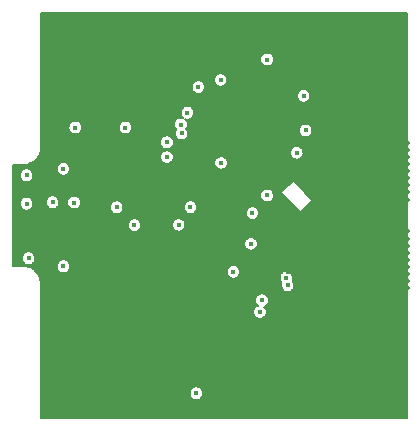
<source format=gbr>
%TF.GenerationSoftware,KiCad,Pcbnew,5.99.0-unknown-6252493~100~ubuntu19.10.1*%
%TF.CreationDate,2020-03-05T21:14:28+01:00*%
%TF.ProjectId,TDR_gen3_pod,5444525f-6765-46e3-935f-706f642e6b69,rev?*%
%TF.SameCoordinates,PX82bfae0PY6cf5110*%
%TF.FileFunction,Copper,L2,Inr*%
%TF.FilePolarity,Positive*%
%FSLAX46Y46*%
G04 Gerber Fmt 4.6, Leading zero omitted, Abs format (unit mm)*
G04 Created by KiCad (PCBNEW 5.99.0-unknown-6252493~100~ubuntu19.10.1) date 2020-03-05 21:14:28*
%MOMM*%
%LPD*%
G01*
G04 APERTURE LIST*
%TA.AperFunction,ViaPad*%
%ADD10C,5.600000*%
%TD*%
%TA.AperFunction,ViaPad*%
%ADD11C,0.500000*%
%TD*%
%TA.AperFunction,ViaPad*%
%ADD12C,3.000000*%
%TD*%
%TA.AperFunction,ViaPad*%
%ADD13C,0.310000*%
%TD*%
%TA.AperFunction,ViaPad*%
%ADD14C,0.450000*%
%TD*%
%TA.AperFunction,Conductor*%
%ADD15C,0.200000*%
%TD*%
G04 APERTURE END LIST*
D10*
%TO.N,GND*%
%TO.C,H103*%
X33400000Y30500000D03*
%TD*%
D11*
%TO.N,GND*%
%TO.C,J101*%
X36900000Y23050000D03*
X36900000Y21850000D03*
X33900000Y23950000D03*
X33300000Y23650000D03*
X33300000Y23050000D03*
X33300000Y22450000D03*
X33300000Y21850000D03*
X33300000Y21250000D03*
X36900000Y23650000D03*
X37500000Y23650000D03*
X37500000Y23050000D03*
X37500000Y22450000D03*
X37500000Y21850000D03*
X36900000Y21250000D03*
X37500000Y21250000D03*
X36900000Y20650000D03*
X37500000Y20650000D03*
X36300000Y20650000D03*
X33300000Y20650000D03*
X33900000Y20650000D03*
X34500000Y20050000D03*
X35100000Y20050000D03*
X36900000Y20050000D03*
X37500000Y20050000D03*
X35700000Y20050000D03*
X36300000Y20050000D03*
X33300000Y20050000D03*
X33900000Y20050000D03*
X34500000Y19450000D03*
X35100000Y19450000D03*
X36900000Y19450000D03*
X37500000Y19450000D03*
X35700000Y19450000D03*
X36300000Y19450000D03*
X33300000Y19450000D03*
X33900000Y19450000D03*
X33900000Y11050000D03*
X33300000Y11350000D03*
X33300000Y11950000D03*
X33300000Y12550000D03*
X33300000Y13150000D03*
X33300000Y13750000D03*
X36900000Y11350000D03*
X37500000Y11350000D03*
X36900000Y11950000D03*
X37500000Y11950000D03*
X37500000Y12550000D03*
X37500000Y13150000D03*
X36900000Y13150000D03*
X36900000Y13750000D03*
X37500000Y13750000D03*
X33300000Y14350000D03*
X33900000Y14350000D03*
X36900000Y14350000D03*
X37500000Y14350000D03*
X36300000Y14350000D03*
X33300000Y14950000D03*
X33900000Y14950000D03*
X34500000Y14950000D03*
X35100000Y14950000D03*
X36900000Y14950000D03*
X37500000Y14950000D03*
X35700000Y14950000D03*
X36300000Y14950000D03*
X33300000Y15550000D03*
X33900000Y15550000D03*
X34500000Y15550000D03*
X35100000Y15550000D03*
X36900000Y15550000D03*
X37500000Y15550000D03*
X35700000Y15550000D03*
X36300000Y15550000D03*
X37500000Y18850000D03*
X36900000Y18850000D03*
X36300000Y18850000D03*
X35700000Y18850000D03*
X35100000Y18850000D03*
X34500000Y18850000D03*
X33900000Y18850000D03*
X33300000Y18850000D03*
X37500000Y16150000D03*
X36900000Y16150000D03*
X36300000Y16150000D03*
X35700000Y16150000D03*
X35100000Y16150000D03*
X34500000Y16150000D03*
X33900000Y16150000D03*
X33300000Y16150000D03*
D12*
X35100000Y22250000D03*
X35100000Y12750000D03*
%TD*%
D13*
%TO.N,GND*%
%TO.C,U102*%
X23047918Y27116367D03*
X22609512Y26677961D03*
X22171106Y26239554D03*
X21732699Y25801148D03*
X21294293Y25362742D03*
X23486324Y26677961D03*
X23047918Y26239554D03*
X22609512Y25801148D03*
X22171106Y25362742D03*
X21732699Y24924336D03*
X23924730Y26239554D03*
X23486324Y25801148D03*
X23047918Y25362742D03*
X22609512Y24924336D03*
X22171106Y24485930D03*
X24363137Y25801148D03*
X23924730Y25362742D03*
X23486324Y24924336D03*
X23047918Y24485930D03*
X22609512Y24047523D03*
X24801543Y25362742D03*
X24363137Y24924336D03*
X23924730Y24485930D03*
X23486324Y24047523D03*
X23047918Y23609117D03*
%TD*%
D10*
%TO.N,GND*%
%TO.C,H106*%
X10700000Y4500000D03*
%TD*%
%TO.N,GND*%
%TO.C,H105*%
X10700000Y30500000D03*
%TD*%
%TO.N,GND*%
%TO.C,H101*%
X33400000Y4500000D03*
%TD*%
D14*
%TO.N,GND*%
X22250000Y15850000D03*
X16200000Y15800000D03*
X18100000Y17500000D03*
X14050000Y18800000D03*
X16250000Y20650000D03*
X14700000Y20650000D03*
%TO.N,+3V3*%
X22842068Y12725000D03*
X25250000Y10325000D03*
%TO.N,GND*%
X24475000Y12450000D03*
X25150000Y13125000D03*
X25825000Y12450000D03*
X25150000Y11775000D03*
X25150000Y12450000D03*
X25200000Y15200000D03*
X22450000Y18700000D03*
X29400000Y13075000D03*
X29400000Y11975000D03*
X28025000Y12325000D03*
X30025000Y10600000D03*
X30100000Y9275000D03*
X29425000Y8875000D03*
X29050000Y8225000D03*
X28350000Y7825000D03*
X28025000Y7175000D03*
X27325000Y6800000D03*
X26975000Y6150000D03*
X25700000Y6050000D03*
X26250000Y7875000D03*
X27300000Y8900000D03*
X28325000Y9950000D03*
X19275000Y11125000D03*
X18900000Y12800000D03*
X18550000Y11750000D03*
X19750000Y9400000D03*
X18950000Y10100000D03*
X19675000Y7000000D03*
X18625000Y5975000D03*
X20400000Y5350000D03*
X17950000Y7725000D03*
X19500000Y3525000D03*
X19525000Y4900000D03*
X21375000Y6125000D03*
%TO.N,/VCCR*%
X27425000Y11600000D03*
%TO.N,+3V3*%
X28200000Y22800000D03*
X21800000Y21950000D03*
X19875000Y28375000D03*
X28775000Y27625000D03*
X25700000Y30700000D03*
%TO.N,GND*%
X27775000Y28725000D03*
X26750000Y29700000D03*
X28875000Y29825000D03*
X29925000Y28850000D03*
X27900000Y30850000D03*
X26500000Y32500000D03*
X25150000Y32525000D03*
X24675000Y31725000D03*
X26750000Y21600000D03*
X27450000Y20900000D03*
X28975000Y21025000D03*
X26325000Y20075000D03*
X24700000Y18950000D03*
X26550000Y18775000D03*
X21200000Y19800000D03*
X20100000Y18700000D03*
X21850000Y18100000D03*
X19100000Y19375000D03*
X15700000Y21200000D03*
X16450000Y21950000D03*
X18625000Y29600000D03*
X19875000Y30850000D03*
X18575000Y30900000D03*
X17325000Y29650000D03*
X17400000Y28350000D03*
X26625000Y26975000D03*
X24875000Y21500000D03*
X25250000Y21150000D03*
X25625000Y20800000D03*
X25975000Y20425000D03*
X26675000Y19725000D03*
X26950000Y19175000D03*
X27325000Y18800000D03*
X27700000Y18400000D03*
X28100000Y18000000D03*
X28725000Y17650000D03*
X29350000Y17275000D03*
X26050000Y22275000D03*
X26400000Y21950000D03*
X27100000Y21250000D03*
X27800000Y20550000D03*
X28275000Y20325000D03*
X28625000Y19975000D03*
X29000000Y19625000D03*
X29350000Y19275000D03*
X29675000Y18875000D03*
X30100000Y18625000D03*
X30600000Y18625000D03*
X31100000Y18625000D03*
X31600000Y18625000D03*
X32100000Y18625000D03*
X32575000Y18600000D03*
X28975000Y16925000D03*
X28625000Y16575000D03*
X28250000Y16200000D03*
X27875000Y15850000D03*
X27525000Y15500000D03*
X27175000Y15150000D03*
X32600000Y16400000D03*
X32050000Y16300000D03*
X31525000Y16350000D03*
X31000000Y16350000D03*
X30500000Y16350000D03*
X30100000Y16025000D03*
X29725000Y15675000D03*
X29375000Y15300000D03*
X29000000Y14950000D03*
X28625000Y14575000D03*
X28250000Y14225000D03*
X27425000Y12750000D03*
%TO.N,/VCCR*%
X27325000Y12225000D03*
X24325000Y15100000D03*
%TO.N,/VEER*%
X5325000Y20900000D03*
X5325000Y18500000D03*
%TO.N,/LOS*%
X21750000Y28975000D03*
%TO.N,+3V3*%
X17200000Y22450000D03*
%TO.N,/SDA*%
X18450000Y24450000D03*
%TO.N,/CSEL*%
X17200000Y23700000D03*
%TO.N,/SCL*%
X18385998Y25200000D03*
%TO.N,GND*%
X25200000Y16700000D03*
X21950000Y16700000D03*
%TO.N,/COMP_VOLTAGE*%
X12950000Y18200000D03*
X19200000Y18200000D03*
X24450000Y17700000D03*
%TO.N,/DISABLE*%
X18950000Y26200000D03*
%TO.N,GND*%
X23700000Y19950000D03*
%TO.N,+3V3*%
X25700000Y19200000D03*
%TO.N,/FAULT*%
X28950000Y24700000D03*
%TO.N,/COMP_OUT*%
X19700000Y2450000D03*
X8450000Y13200000D03*
X8450000Y21450000D03*
%TO.N,/DISABLE*%
X14463909Y16686091D03*
%TO.N,+3V3*%
X18200000Y16700000D03*
%TO.N,/LOS*%
X13700000Y24950000D03*
%TO.N,+3V3*%
X9450000Y24950000D03*
X9350000Y18600000D03*
%TO.N,/VEER*%
X25075000Y9325000D03*
X5490872Y13880177D03*
%TO.N,/VCCR*%
X7525000Y18625000D03*
%TO.N,GND*%
X6050000Y21775000D03*
X6275000Y21200000D03*
X6825000Y20950000D03*
X10800000Y18600000D03*
X11900000Y18600000D03*
X5975000Y13150000D03*
X6825000Y13300000D03*
X7575000Y13250000D03*
X9400000Y13300000D03*
X11450000Y13300000D03*
X12900000Y9750000D03*
X12950000Y11825000D03*
X11350000Y11300000D03*
X15350000Y9400000D03*
X15575000Y7025000D03*
X11650000Y20800000D03*
X13100000Y20675000D03*
X13250000Y22425000D03*
X15200000Y22675000D03*
X15675000Y24825000D03*
X17625000Y25750000D03*
X18100000Y27225000D03*
X13450000Y13350000D03*
X14975000Y13950000D03*
X17500000Y13925000D03*
X19125000Y13900000D03*
X15100000Y11900000D03*
X16775000Y10125000D03*
X17350000Y3200000D03*
X18625000Y1450000D03*
X16500000Y1550000D03*
X15550000Y2775000D03*
X15100000Y4650000D03*
X13500000Y6575000D03*
X11850000Y8225000D03*
X10200000Y10025000D03*
X19275000Y15900000D03*
X24150000Y4050000D03*
X22625000Y2650000D03*
X21300000Y31325000D03*
X23275000Y32425000D03*
X15975000Y27375000D03*
X14650000Y26300000D03*
X12050000Y23550000D03*
X10525000Y21850000D03*
X9300000Y20775000D03*
%TD*%
%TO.N,GND*%
G36*
X37551001Y349000D02*
G01*
X6549000Y349000D01*
X6549000Y2542769D01*
X19124000Y2542769D01*
X19124000Y2357231D01*
X19127008Y2340171D01*
X19190467Y2165822D01*
X19199128Y2150820D01*
X19318390Y2008689D01*
X19331660Y1997554D01*
X19492341Y1904785D01*
X19508619Y1898860D01*
X19691339Y1866642D01*
X19708661Y1866642D01*
X19891381Y1898860D01*
X19907659Y1904785D01*
X20068340Y1997554D01*
X20081610Y2008689D01*
X20200872Y2150820D01*
X20209533Y2165822D01*
X20272992Y2340171D01*
X20276000Y2357231D01*
X20276000Y2542769D01*
X20272992Y2559829D01*
X20209533Y2734178D01*
X20200872Y2749180D01*
X20081610Y2891311D01*
X20068340Y2902446D01*
X19907659Y2995215D01*
X19891381Y3001140D01*
X19708661Y3033358D01*
X19691339Y3033358D01*
X19508619Y3001140D01*
X19492341Y2995215D01*
X19331660Y2902446D01*
X19318390Y2891311D01*
X19199128Y2749180D01*
X19190467Y2734178D01*
X19127008Y2559829D01*
X19124000Y2542769D01*
X6549000Y2542769D01*
X6549000Y9417769D01*
X24499000Y9417769D01*
X24499000Y9232231D01*
X24502008Y9215171D01*
X24565467Y9040822D01*
X24574128Y9025820D01*
X24693390Y8883689D01*
X24706660Y8872554D01*
X24867341Y8779785D01*
X24883619Y8773860D01*
X25066339Y8741642D01*
X25083661Y8741642D01*
X25266381Y8773860D01*
X25282659Y8779785D01*
X25443340Y8872554D01*
X25456610Y8883689D01*
X25575872Y9025820D01*
X25584533Y9040822D01*
X25647992Y9215171D01*
X25651000Y9232231D01*
X25651000Y9417769D01*
X25647992Y9434829D01*
X25584533Y9609178D01*
X25575872Y9624180D01*
X25456610Y9766311D01*
X25445728Y9775442D01*
X25457659Y9779785D01*
X25618340Y9872554D01*
X25631610Y9883689D01*
X25750872Y10025820D01*
X25759533Y10040822D01*
X25822992Y10215171D01*
X25826000Y10232231D01*
X25826000Y10417769D01*
X25822992Y10434829D01*
X25759533Y10609178D01*
X25750872Y10624180D01*
X25631610Y10766311D01*
X25618340Y10777446D01*
X25457659Y10870215D01*
X25441381Y10876140D01*
X25258661Y10908358D01*
X25241339Y10908358D01*
X25058619Y10876140D01*
X25042341Y10870215D01*
X24881660Y10777446D01*
X24868390Y10766311D01*
X24749128Y10624180D01*
X24740467Y10609178D01*
X24677008Y10434829D01*
X24674000Y10417769D01*
X24674000Y10232231D01*
X24677008Y10215171D01*
X24740467Y10040822D01*
X24749128Y10025820D01*
X24868390Y9883689D01*
X24879272Y9874558D01*
X24867341Y9870215D01*
X24706660Y9777446D01*
X24693390Y9766311D01*
X24574128Y9624180D01*
X24565467Y9609178D01*
X24502008Y9434829D01*
X24499000Y9417769D01*
X6549000Y9417769D01*
X6549000Y11674830D01*
X6553222Y11703949D01*
X6553668Y11713666D01*
X6546585Y11848814D01*
X6545126Y11858431D01*
X6542426Y11869062D01*
X6542426Y11880024D01*
X6541473Y11889705D01*
X6496733Y12114630D01*
X6493909Y12123938D01*
X6487056Y12140484D01*
X6483792Y12158095D01*
X6481090Y12167440D01*
X6396110Y12380446D01*
X6391637Y12389084D01*
X6381880Y12404108D01*
X6375463Y12420825D01*
X6371104Y12429521D01*
X6248730Y12623472D01*
X6242758Y12631150D01*
X6230432Y12644139D01*
X6221073Y12659412D01*
X6215201Y12667169D01*
X6059530Y12835572D01*
X6052259Y12842033D01*
X6037769Y12852560D01*
X6025786Y12865870D01*
X6018599Y12872426D01*
X5834845Y13009641D01*
X5826518Y13014669D01*
X5810356Y13022377D01*
X5796149Y13033279D01*
X5787888Y13038417D01*
X5582206Y13139849D01*
X5573101Y13143276D01*
X5555801Y13147911D01*
X5539844Y13156042D01*
X5530785Y13159588D01*
X5310064Y13221837D01*
X5300488Y13223547D01*
X5282634Y13224953D01*
X5265459Y13230040D01*
X5255908Y13231875D01*
X5027538Y13252859D01*
X5017811Y13252795D01*
X4981702Y13249000D01*
X4149000Y13249000D01*
X4149000Y13292769D01*
X7874000Y13292769D01*
X7874000Y13107231D01*
X7877008Y13090171D01*
X7940467Y12915822D01*
X7949128Y12900820D01*
X8068390Y12758689D01*
X8081660Y12747554D01*
X8242341Y12654785D01*
X8258619Y12648860D01*
X8441339Y12616642D01*
X8458661Y12616642D01*
X8641381Y12648860D01*
X8657659Y12654785D01*
X8818340Y12747554D01*
X8831610Y12758689D01*
X8881183Y12817769D01*
X22266068Y12817769D01*
X22266068Y12632231D01*
X22269076Y12615171D01*
X22332535Y12440822D01*
X22341196Y12425820D01*
X22460458Y12283689D01*
X22473728Y12272554D01*
X22634409Y12179785D01*
X22650687Y12173860D01*
X22833407Y12141642D01*
X22850729Y12141642D01*
X23033449Y12173860D01*
X23049727Y12179785D01*
X23210408Y12272554D01*
X23223678Y12283689D01*
X23252274Y12317769D01*
X26749000Y12317769D01*
X26749000Y12132231D01*
X26752008Y12115171D01*
X26815467Y11940822D01*
X26824128Y11925820D01*
X26898405Y11837301D01*
X26852008Y11709829D01*
X26849000Y11692769D01*
X26849000Y11507231D01*
X26852008Y11490171D01*
X26915467Y11315822D01*
X26924128Y11300820D01*
X27043390Y11158689D01*
X27056660Y11147554D01*
X27217341Y11054785D01*
X27233619Y11048860D01*
X27416339Y11016642D01*
X27433661Y11016642D01*
X27616381Y11048860D01*
X27632659Y11054785D01*
X27793340Y11147554D01*
X27806610Y11158689D01*
X27925872Y11300820D01*
X27934533Y11315822D01*
X27997992Y11490171D01*
X28001000Y11507231D01*
X28001000Y11692769D01*
X27997992Y11709829D01*
X27934533Y11884178D01*
X27925872Y11899180D01*
X27851595Y11987699D01*
X27897992Y12115171D01*
X27901000Y12132231D01*
X27901000Y12317769D01*
X27897992Y12334829D01*
X27834533Y12509178D01*
X27825872Y12524180D01*
X27706610Y12666311D01*
X27693340Y12677446D01*
X27532659Y12770215D01*
X27516381Y12776140D01*
X27333661Y12808358D01*
X27316339Y12808358D01*
X27133619Y12776140D01*
X27117341Y12770215D01*
X26956660Y12677446D01*
X26943390Y12666311D01*
X26824128Y12524180D01*
X26815467Y12509178D01*
X26752008Y12334829D01*
X26749000Y12317769D01*
X23252274Y12317769D01*
X23342940Y12425820D01*
X23351601Y12440822D01*
X23415060Y12615171D01*
X23418068Y12632231D01*
X23418068Y12817769D01*
X23415060Y12834829D01*
X23351601Y13009178D01*
X23342940Y13024180D01*
X23223678Y13166311D01*
X23210408Y13177446D01*
X23049727Y13270215D01*
X23033449Y13276140D01*
X22850729Y13308358D01*
X22833407Y13308358D01*
X22650687Y13276140D01*
X22634409Y13270215D01*
X22473728Y13177446D01*
X22460458Y13166311D01*
X22341196Y13024180D01*
X22332535Y13009178D01*
X22269076Y12834829D01*
X22266068Y12817769D01*
X8881183Y12817769D01*
X8950872Y12900820D01*
X8959533Y12915822D01*
X9022992Y13090171D01*
X9026000Y13107231D01*
X9026000Y13292769D01*
X9022992Y13309829D01*
X8959533Y13484178D01*
X8950872Y13499180D01*
X8831610Y13641311D01*
X8818340Y13652446D01*
X8657659Y13745215D01*
X8641381Y13751140D01*
X8458661Y13783358D01*
X8441339Y13783358D01*
X8258619Y13751140D01*
X8242341Y13745215D01*
X8081660Y13652446D01*
X8068390Y13641311D01*
X7949128Y13499180D01*
X7940467Y13484178D01*
X7877008Y13309829D01*
X7874000Y13292769D01*
X4149000Y13292769D01*
X4149000Y13972946D01*
X4914872Y13972946D01*
X4914872Y13787408D01*
X4917880Y13770348D01*
X4981339Y13595999D01*
X4990000Y13580997D01*
X5109262Y13438866D01*
X5122532Y13427731D01*
X5283213Y13334962D01*
X5299491Y13329037D01*
X5482211Y13296819D01*
X5499533Y13296819D01*
X5682253Y13329037D01*
X5698531Y13334962D01*
X5859212Y13427731D01*
X5872482Y13438866D01*
X5991744Y13580997D01*
X6000405Y13595999D01*
X6063864Y13770348D01*
X6066872Y13787408D01*
X6066872Y13972946D01*
X6063864Y13990006D01*
X6000405Y14164355D01*
X5991744Y14179357D01*
X5872482Y14321488D01*
X5859212Y14332623D01*
X5698531Y14425392D01*
X5682253Y14431317D01*
X5499533Y14463535D01*
X5482211Y14463535D01*
X5299491Y14431317D01*
X5283213Y14425392D01*
X5122532Y14332623D01*
X5109262Y14321488D01*
X4990000Y14179357D01*
X4981339Y14164355D01*
X4917880Y13990006D01*
X4914872Y13972946D01*
X4149000Y13972946D01*
X4149000Y15192769D01*
X23749000Y15192769D01*
X23749000Y15007231D01*
X23752008Y14990171D01*
X23815467Y14815822D01*
X23824128Y14800820D01*
X23943390Y14658689D01*
X23956660Y14647554D01*
X24117341Y14554785D01*
X24133619Y14548860D01*
X24316339Y14516642D01*
X24333661Y14516642D01*
X24516381Y14548860D01*
X24532659Y14554785D01*
X24693340Y14647554D01*
X24706610Y14658689D01*
X24825872Y14800820D01*
X24834533Y14815822D01*
X24897992Y14990171D01*
X24901000Y15007231D01*
X24901000Y15192769D01*
X24897992Y15209829D01*
X24834533Y15384178D01*
X24825872Y15399180D01*
X24706610Y15541311D01*
X24693340Y15552446D01*
X24532659Y15645215D01*
X24516381Y15651140D01*
X24333661Y15683358D01*
X24316339Y15683358D01*
X24133619Y15651140D01*
X24117341Y15645215D01*
X23956660Y15552446D01*
X23943390Y15541311D01*
X23824128Y15399180D01*
X23815467Y15384178D01*
X23752008Y15209829D01*
X23749000Y15192769D01*
X4149000Y15192769D01*
X4149000Y16778860D01*
X13887909Y16778860D01*
X13887909Y16593322D01*
X13890917Y16576262D01*
X13954376Y16401913D01*
X13963037Y16386911D01*
X14082299Y16244780D01*
X14095569Y16233645D01*
X14256250Y16140876D01*
X14272528Y16134951D01*
X14455248Y16102733D01*
X14472570Y16102733D01*
X14655290Y16134951D01*
X14671568Y16140876D01*
X14832249Y16233645D01*
X14845519Y16244780D01*
X14964781Y16386911D01*
X14973442Y16401913D01*
X15036901Y16576262D01*
X15039909Y16593322D01*
X15039909Y16778860D01*
X15037457Y16792769D01*
X17624000Y16792769D01*
X17624000Y16607231D01*
X17627008Y16590171D01*
X17690467Y16415822D01*
X17699128Y16400820D01*
X17818390Y16258689D01*
X17831660Y16247554D01*
X17992341Y16154785D01*
X18008619Y16148860D01*
X18191339Y16116642D01*
X18208661Y16116642D01*
X18391381Y16148860D01*
X18407659Y16154785D01*
X18568340Y16247554D01*
X18581610Y16258689D01*
X18700872Y16400820D01*
X18709533Y16415822D01*
X18772992Y16590171D01*
X18776000Y16607231D01*
X18776000Y16792769D01*
X18772992Y16809829D01*
X18709533Y16984178D01*
X18700872Y16999180D01*
X18581610Y17141311D01*
X18568340Y17152446D01*
X18407659Y17245215D01*
X18391381Y17251140D01*
X18208661Y17283358D01*
X18191339Y17283358D01*
X18008619Y17251140D01*
X17992341Y17245215D01*
X17831660Y17152446D01*
X17818390Y17141311D01*
X17699128Y16999180D01*
X17690467Y16984178D01*
X17627008Y16809829D01*
X17624000Y16792769D01*
X15037457Y16792769D01*
X15036901Y16795920D01*
X14973442Y16970269D01*
X14964781Y16985271D01*
X14845519Y17127402D01*
X14832249Y17138537D01*
X14671568Y17231306D01*
X14655290Y17237231D01*
X14472570Y17269449D01*
X14455248Y17269449D01*
X14272528Y17237231D01*
X14256250Y17231306D01*
X14095569Y17138537D01*
X14082299Y17127402D01*
X13963037Y16985271D01*
X13954376Y16970269D01*
X13890917Y16795920D01*
X13887909Y16778860D01*
X4149000Y16778860D01*
X4149000Y18592769D01*
X4749000Y18592769D01*
X4749000Y18407231D01*
X4752008Y18390171D01*
X4815467Y18215822D01*
X4824128Y18200820D01*
X4943390Y18058689D01*
X4956660Y18047554D01*
X5117341Y17954785D01*
X5133619Y17948860D01*
X5316339Y17916642D01*
X5333661Y17916642D01*
X5516381Y17948860D01*
X5532659Y17954785D01*
X5693340Y18047554D01*
X5706610Y18058689D01*
X5825872Y18200820D01*
X5834533Y18215822D01*
X5897992Y18390171D01*
X5901000Y18407231D01*
X5901000Y18592769D01*
X5897992Y18609829D01*
X5858705Y18717769D01*
X6949000Y18717769D01*
X6949000Y18532231D01*
X6952008Y18515171D01*
X7015467Y18340822D01*
X7024128Y18325820D01*
X7143390Y18183689D01*
X7156660Y18172554D01*
X7317341Y18079785D01*
X7333619Y18073860D01*
X7516339Y18041642D01*
X7533661Y18041642D01*
X7716381Y18073860D01*
X7732659Y18079785D01*
X7893340Y18172554D01*
X7906610Y18183689D01*
X8025872Y18325820D01*
X8034533Y18340822D01*
X8097992Y18515171D01*
X8101000Y18532231D01*
X8101000Y18692769D01*
X8774000Y18692769D01*
X8774000Y18507231D01*
X8777008Y18490171D01*
X8840467Y18315822D01*
X8849128Y18300820D01*
X8968390Y18158689D01*
X8981660Y18147554D01*
X9142341Y18054785D01*
X9158619Y18048860D01*
X9341339Y18016642D01*
X9358661Y18016642D01*
X9541381Y18048860D01*
X9557659Y18054785D01*
X9718340Y18147554D01*
X9731610Y18158689D01*
X9844116Y18292769D01*
X12374000Y18292769D01*
X12374000Y18107231D01*
X12377008Y18090171D01*
X12440467Y17915822D01*
X12449128Y17900820D01*
X12568390Y17758689D01*
X12581660Y17747554D01*
X12742341Y17654785D01*
X12758619Y17648860D01*
X12941339Y17616642D01*
X12958661Y17616642D01*
X13141381Y17648860D01*
X13157659Y17654785D01*
X13318340Y17747554D01*
X13331610Y17758689D01*
X13450872Y17900820D01*
X13459533Y17915822D01*
X13522992Y18090171D01*
X13526000Y18107231D01*
X13526000Y18292769D01*
X18624000Y18292769D01*
X18624000Y18107231D01*
X18627008Y18090171D01*
X18690467Y17915822D01*
X18699128Y17900820D01*
X18818390Y17758689D01*
X18831660Y17747554D01*
X18992341Y17654785D01*
X19008619Y17648860D01*
X19191339Y17616642D01*
X19208661Y17616642D01*
X19391381Y17648860D01*
X19407659Y17654785D01*
X19568340Y17747554D01*
X19581610Y17758689D01*
X19610206Y17792769D01*
X23874000Y17792769D01*
X23874000Y17607231D01*
X23877008Y17590171D01*
X23940467Y17415822D01*
X23949128Y17400820D01*
X24068390Y17258689D01*
X24081660Y17247554D01*
X24242341Y17154785D01*
X24258619Y17148860D01*
X24441339Y17116642D01*
X24458661Y17116642D01*
X24641381Y17148860D01*
X24657659Y17154785D01*
X24818340Y17247554D01*
X24831610Y17258689D01*
X24950872Y17400820D01*
X24959533Y17415822D01*
X25022992Y17590171D01*
X25026000Y17607231D01*
X25026000Y17792769D01*
X25022992Y17809829D01*
X24959533Y17984178D01*
X24950872Y17999180D01*
X24831610Y18141311D01*
X24818340Y18152446D01*
X24657659Y18245215D01*
X24641381Y18251140D01*
X24458661Y18283358D01*
X24441339Y18283358D01*
X24258619Y18251140D01*
X24242341Y18245215D01*
X24081660Y18152446D01*
X24068390Y18141311D01*
X23949128Y17999180D01*
X23940467Y17984178D01*
X23877008Y17809829D01*
X23874000Y17792769D01*
X19610206Y17792769D01*
X19700872Y17900820D01*
X19709533Y17915822D01*
X19772992Y18090171D01*
X19776000Y18107231D01*
X19776000Y18292769D01*
X19772992Y18309829D01*
X19709533Y18484178D01*
X19700872Y18499180D01*
X19581610Y18641311D01*
X19568340Y18652446D01*
X19407659Y18745215D01*
X19391381Y18751140D01*
X19208661Y18783358D01*
X19191339Y18783358D01*
X19008619Y18751140D01*
X18992341Y18745215D01*
X18831660Y18652446D01*
X18818390Y18641311D01*
X18699128Y18499180D01*
X18690467Y18484178D01*
X18627008Y18309829D01*
X18624000Y18292769D01*
X13526000Y18292769D01*
X13522992Y18309829D01*
X13459533Y18484178D01*
X13450872Y18499180D01*
X13331610Y18641311D01*
X13318340Y18652446D01*
X13157659Y18745215D01*
X13141381Y18751140D01*
X12958661Y18783358D01*
X12941339Y18783358D01*
X12758619Y18751140D01*
X12742341Y18745215D01*
X12581660Y18652446D01*
X12568390Y18641311D01*
X12449128Y18499180D01*
X12440467Y18484178D01*
X12377008Y18309829D01*
X12374000Y18292769D01*
X9844116Y18292769D01*
X9850872Y18300820D01*
X9859533Y18315822D01*
X9922992Y18490171D01*
X9926000Y18507231D01*
X9926000Y18692769D01*
X9922992Y18709829D01*
X9859533Y18884178D01*
X9850872Y18899180D01*
X9731610Y19041311D01*
X9718340Y19052446D01*
X9557659Y19145215D01*
X9541381Y19151140D01*
X9358661Y19183358D01*
X9341339Y19183358D01*
X9158619Y19151140D01*
X9142341Y19145215D01*
X8981660Y19052446D01*
X8968390Y19041311D01*
X8849128Y18899180D01*
X8840467Y18884178D01*
X8777008Y18709829D01*
X8774000Y18692769D01*
X8101000Y18692769D01*
X8101000Y18717769D01*
X8097992Y18734829D01*
X8034533Y18909178D01*
X8025872Y18924180D01*
X7906610Y19066311D01*
X7893340Y19077446D01*
X7732659Y19170215D01*
X7716381Y19176140D01*
X7533661Y19208358D01*
X7516339Y19208358D01*
X7333619Y19176140D01*
X7317341Y19170215D01*
X7156660Y19077446D01*
X7143390Y19066311D01*
X7024128Y18924180D01*
X7015467Y18909178D01*
X6952008Y18734829D01*
X6949000Y18717769D01*
X5858705Y18717769D01*
X5834533Y18784178D01*
X5825872Y18799180D01*
X5706610Y18941311D01*
X5693340Y18952446D01*
X5532659Y19045215D01*
X5516381Y19051140D01*
X5333661Y19083358D01*
X5316339Y19083358D01*
X5133619Y19051140D01*
X5117341Y19045215D01*
X4956660Y18952446D01*
X4943390Y18941311D01*
X4824128Y18799180D01*
X4815467Y18784178D01*
X4752008Y18609829D01*
X4749000Y18592769D01*
X4149000Y18592769D01*
X4149000Y19292769D01*
X25124000Y19292769D01*
X25124000Y19107231D01*
X25127008Y19090171D01*
X25190467Y18915822D01*
X25199128Y18900820D01*
X25318390Y18758689D01*
X25331660Y18747554D01*
X25492341Y18654785D01*
X25508619Y18648860D01*
X25691339Y18616642D01*
X25708661Y18616642D01*
X25891381Y18648860D01*
X25907659Y18654785D01*
X26068340Y18747554D01*
X26081610Y18758689D01*
X26200872Y18900820D01*
X26209533Y18915822D01*
X26272992Y19090171D01*
X26276000Y19107231D01*
X26276000Y19292769D01*
X26272992Y19309829D01*
X26227287Y19435402D01*
X26906566Y19435402D01*
X28476065Y17826990D01*
X28556714Y17825066D01*
X29529403Y18731133D01*
X29531058Y18814958D01*
X27935515Y20423473D01*
X27854522Y20424511D01*
X26907962Y19517946D01*
X26906566Y19435402D01*
X26227287Y19435402D01*
X26209533Y19484178D01*
X26200872Y19499180D01*
X26081610Y19641311D01*
X26068340Y19652446D01*
X25907659Y19745215D01*
X25891381Y19751140D01*
X25708661Y19783358D01*
X25691339Y19783358D01*
X25508619Y19751140D01*
X25492341Y19745215D01*
X25331660Y19652446D01*
X25318390Y19641311D01*
X25199128Y19499180D01*
X25190467Y19484178D01*
X25127008Y19309829D01*
X25124000Y19292769D01*
X4149000Y19292769D01*
X4149000Y20992769D01*
X4749000Y20992769D01*
X4749000Y20807231D01*
X4752008Y20790171D01*
X4815467Y20615822D01*
X4824128Y20600820D01*
X4943390Y20458689D01*
X4956660Y20447554D01*
X5117341Y20354785D01*
X5133619Y20348860D01*
X5316339Y20316642D01*
X5333661Y20316642D01*
X5516381Y20348860D01*
X5532659Y20354785D01*
X5693340Y20447554D01*
X5706610Y20458689D01*
X5825872Y20600820D01*
X5834533Y20615822D01*
X5897992Y20790171D01*
X5901000Y20807231D01*
X5901000Y20992769D01*
X5897992Y21009829D01*
X5834533Y21184178D01*
X5825872Y21199180D01*
X5706610Y21341311D01*
X5693340Y21352446D01*
X5532659Y21445215D01*
X5516381Y21451140D01*
X5333661Y21483358D01*
X5316339Y21483358D01*
X5133619Y21451140D01*
X5117341Y21445215D01*
X4956660Y21352446D01*
X4943390Y21341311D01*
X4824128Y21199180D01*
X4815467Y21184178D01*
X4752008Y21009829D01*
X4749000Y20992769D01*
X4149000Y20992769D01*
X4149000Y21542769D01*
X7874000Y21542769D01*
X7874000Y21357231D01*
X7877008Y21340171D01*
X7940467Y21165822D01*
X7949128Y21150820D01*
X8068390Y21008689D01*
X8081660Y20997554D01*
X8242341Y20904785D01*
X8258619Y20898860D01*
X8441339Y20866642D01*
X8458661Y20866642D01*
X8641381Y20898860D01*
X8657659Y20904785D01*
X8818340Y20997554D01*
X8831610Y21008689D01*
X8950872Y21150820D01*
X8959533Y21165822D01*
X9022992Y21340171D01*
X9026000Y21357231D01*
X9026000Y21542769D01*
X9022992Y21559829D01*
X8959533Y21734178D01*
X8950872Y21749180D01*
X8831610Y21891311D01*
X8818340Y21902446D01*
X8657659Y21995215D01*
X8641381Y22001140D01*
X8458661Y22033358D01*
X8441339Y22033358D01*
X8258619Y22001140D01*
X8242341Y21995215D01*
X8081660Y21902446D01*
X8068390Y21891311D01*
X7949128Y21749180D01*
X7940467Y21734178D01*
X7877008Y21559829D01*
X7874000Y21542769D01*
X4149000Y21542769D01*
X4149000Y21751000D01*
X4974830Y21751000D01*
X5003949Y21746778D01*
X5013666Y21746332D01*
X5148814Y21753415D01*
X5158431Y21754874D01*
X5169062Y21757574D01*
X5180025Y21757574D01*
X5189706Y21758527D01*
X5414630Y21803267D01*
X5423938Y21806091D01*
X5440484Y21812944D01*
X5458095Y21816208D01*
X5467440Y21818910D01*
X5680446Y21903890D01*
X5689084Y21908363D01*
X5704108Y21918120D01*
X5720825Y21924537D01*
X5729521Y21928896D01*
X5923473Y22051270D01*
X5931152Y22057242D01*
X5944146Y22069573D01*
X5959413Y22078929D01*
X5967169Y22084800D01*
X6135572Y22240470D01*
X6142033Y22247741D01*
X6152560Y22262231D01*
X6165870Y22274214D01*
X6172426Y22281401D01*
X6309640Y22465154D01*
X6314668Y22473481D01*
X6322377Y22489644D01*
X6333281Y22503853D01*
X6338418Y22512114D01*
X6353535Y22542769D01*
X16624000Y22542769D01*
X16624000Y22357231D01*
X16627008Y22340171D01*
X16690467Y22165822D01*
X16699128Y22150820D01*
X16818390Y22008689D01*
X16831660Y21997554D01*
X16992341Y21904785D01*
X17008619Y21898860D01*
X17191339Y21866642D01*
X17208661Y21866642D01*
X17391381Y21898860D01*
X17407659Y21904785D01*
X17568340Y21997554D01*
X17581610Y22008689D01*
X17610206Y22042769D01*
X21224000Y22042769D01*
X21224000Y21857231D01*
X21227008Y21840171D01*
X21290467Y21665822D01*
X21299128Y21650820D01*
X21418390Y21508689D01*
X21431660Y21497554D01*
X21592341Y21404785D01*
X21608619Y21398860D01*
X21791339Y21366642D01*
X21808661Y21366642D01*
X21991381Y21398860D01*
X22007659Y21404785D01*
X22168340Y21497554D01*
X22181610Y21508689D01*
X22300872Y21650820D01*
X22309533Y21665822D01*
X22372992Y21840171D01*
X22376000Y21857231D01*
X22376000Y22042769D01*
X22372992Y22059829D01*
X22309533Y22234178D01*
X22300872Y22249180D01*
X22181610Y22391311D01*
X22168340Y22402446D01*
X22007659Y22495215D01*
X21991381Y22501140D01*
X21808661Y22533358D01*
X21791339Y22533358D01*
X21608619Y22501140D01*
X21592341Y22495215D01*
X21431660Y22402446D01*
X21418390Y22391311D01*
X21299128Y22249180D01*
X21290467Y22234178D01*
X21227008Y22059829D01*
X21224000Y22042769D01*
X17610206Y22042769D01*
X17700872Y22150820D01*
X17709533Y22165822D01*
X17772992Y22340171D01*
X17776000Y22357231D01*
X17776000Y22542769D01*
X17772992Y22559829D01*
X17709533Y22734178D01*
X17700872Y22749180D01*
X17581610Y22891311D01*
X17579873Y22892769D01*
X27624000Y22892769D01*
X27624000Y22707231D01*
X27627008Y22690171D01*
X27690467Y22515822D01*
X27699128Y22500820D01*
X27818390Y22358689D01*
X27831660Y22347554D01*
X27992341Y22254785D01*
X28008619Y22248860D01*
X28191339Y22216642D01*
X28208661Y22216642D01*
X28391381Y22248860D01*
X28407659Y22254785D01*
X28568340Y22347554D01*
X28581610Y22358689D01*
X28700872Y22500820D01*
X28709533Y22515822D01*
X28772992Y22690171D01*
X28776000Y22707231D01*
X28776000Y22892769D01*
X28772992Y22909829D01*
X28709533Y23084178D01*
X28700872Y23099180D01*
X28581610Y23241311D01*
X28568340Y23252446D01*
X28407659Y23345215D01*
X28391381Y23351140D01*
X28208661Y23383358D01*
X28191339Y23383358D01*
X28008619Y23351140D01*
X27992341Y23345215D01*
X27831660Y23252446D01*
X27818390Y23241311D01*
X27699128Y23099180D01*
X27690467Y23084178D01*
X27627008Y22909829D01*
X27624000Y22892769D01*
X17579873Y22892769D01*
X17568340Y22902446D01*
X17407659Y22995215D01*
X17391381Y23001140D01*
X17208661Y23033358D01*
X17191339Y23033358D01*
X17008619Y23001140D01*
X16992341Y22995215D01*
X16831660Y22902446D01*
X16818390Y22891311D01*
X16699128Y22749180D01*
X16690467Y22734178D01*
X16627008Y22559829D01*
X16624000Y22542769D01*
X6353535Y22542769D01*
X6439850Y22717794D01*
X6443276Y22726899D01*
X6447911Y22744199D01*
X6456042Y22760156D01*
X6459588Y22769215D01*
X6521837Y22989936D01*
X6523547Y22999512D01*
X6524953Y23017366D01*
X6530040Y23034541D01*
X6531875Y23044092D01*
X6552859Y23272460D01*
X6552795Y23282187D01*
X6549000Y23318298D01*
X6549000Y23792769D01*
X16624000Y23792769D01*
X16624000Y23607231D01*
X16627008Y23590171D01*
X16690467Y23415822D01*
X16699128Y23400820D01*
X16818390Y23258689D01*
X16831660Y23247554D01*
X16992341Y23154785D01*
X17008619Y23148860D01*
X17191339Y23116642D01*
X17208661Y23116642D01*
X17391381Y23148860D01*
X17407659Y23154785D01*
X17568340Y23247554D01*
X17581610Y23258689D01*
X17700872Y23400820D01*
X17709533Y23415822D01*
X17772992Y23590171D01*
X17776000Y23607231D01*
X17776000Y23792769D01*
X17772992Y23809829D01*
X17709533Y23984178D01*
X17700872Y23999180D01*
X17581610Y24141311D01*
X17568340Y24152446D01*
X17407659Y24245215D01*
X17391381Y24251140D01*
X17208661Y24283358D01*
X17191339Y24283358D01*
X17008619Y24251140D01*
X16992341Y24245215D01*
X16831660Y24152446D01*
X16818390Y24141311D01*
X16699128Y23999180D01*
X16690467Y23984178D01*
X16627008Y23809829D01*
X16624000Y23792769D01*
X6549000Y23792769D01*
X6549000Y25042769D01*
X8874000Y25042769D01*
X8874000Y24857231D01*
X8877008Y24840171D01*
X8940467Y24665822D01*
X8949128Y24650820D01*
X9068390Y24508689D01*
X9081660Y24497554D01*
X9242341Y24404785D01*
X9258619Y24398860D01*
X9441339Y24366642D01*
X9458661Y24366642D01*
X9641381Y24398860D01*
X9657659Y24404785D01*
X9818340Y24497554D01*
X9831610Y24508689D01*
X9950872Y24650820D01*
X9959533Y24665822D01*
X10022992Y24840171D01*
X10026000Y24857231D01*
X10026000Y25042769D01*
X13124000Y25042769D01*
X13124000Y24857231D01*
X13127008Y24840171D01*
X13190467Y24665822D01*
X13199128Y24650820D01*
X13318390Y24508689D01*
X13331660Y24497554D01*
X13492341Y24404785D01*
X13508619Y24398860D01*
X13691339Y24366642D01*
X13708661Y24366642D01*
X13891381Y24398860D01*
X13907659Y24404785D01*
X14068340Y24497554D01*
X14081610Y24508689D01*
X14200872Y24650820D01*
X14209533Y24665822D01*
X14272992Y24840171D01*
X14276000Y24857231D01*
X14276000Y25042769D01*
X14272992Y25059829D01*
X14209533Y25234178D01*
X14200872Y25249180D01*
X14164297Y25292769D01*
X17809998Y25292769D01*
X17809998Y25107231D01*
X17813006Y25090171D01*
X17876465Y24915822D01*
X17885126Y24900820D01*
X17980748Y24786863D01*
X17949128Y24749180D01*
X17940467Y24734178D01*
X17877008Y24559829D01*
X17874000Y24542769D01*
X17874000Y24357231D01*
X17877008Y24340171D01*
X17940467Y24165822D01*
X17949128Y24150820D01*
X18068390Y24008689D01*
X18081660Y23997554D01*
X18242341Y23904785D01*
X18258619Y23898860D01*
X18441339Y23866642D01*
X18458661Y23866642D01*
X18641381Y23898860D01*
X18657659Y23904785D01*
X18818340Y23997554D01*
X18831610Y24008689D01*
X18950872Y24150820D01*
X18959533Y24165822D01*
X19022992Y24340171D01*
X19026000Y24357231D01*
X19026000Y24542769D01*
X19022992Y24559829D01*
X18959533Y24734178D01*
X18950872Y24749180D01*
X18914297Y24792769D01*
X28374000Y24792769D01*
X28374000Y24607231D01*
X28377008Y24590171D01*
X28440467Y24415822D01*
X28449128Y24400820D01*
X28568390Y24258689D01*
X28581660Y24247554D01*
X28742341Y24154785D01*
X28758619Y24148860D01*
X28941339Y24116642D01*
X28958661Y24116642D01*
X29141381Y24148860D01*
X29157659Y24154785D01*
X29318340Y24247554D01*
X29331610Y24258689D01*
X29450872Y24400820D01*
X29459533Y24415822D01*
X29522992Y24590171D01*
X29526000Y24607231D01*
X29526000Y24792769D01*
X29522992Y24809829D01*
X29459533Y24984178D01*
X29450872Y24999180D01*
X29331610Y25141311D01*
X29318340Y25152446D01*
X29157659Y25245215D01*
X29141381Y25251140D01*
X28958661Y25283358D01*
X28941339Y25283358D01*
X28758619Y25251140D01*
X28742341Y25245215D01*
X28581660Y25152446D01*
X28568390Y25141311D01*
X28449128Y24999180D01*
X28440467Y24984178D01*
X28377008Y24809829D01*
X28374000Y24792769D01*
X18914297Y24792769D01*
X18855250Y24863137D01*
X18886870Y24900820D01*
X18895531Y24915822D01*
X18958990Y25090171D01*
X18961998Y25107231D01*
X18961998Y25292769D01*
X18958990Y25309829D01*
X18895531Y25484178D01*
X18886870Y25499180D01*
X18767608Y25641311D01*
X18758606Y25648865D01*
X18758619Y25648860D01*
X18941339Y25616642D01*
X18958661Y25616642D01*
X19141381Y25648860D01*
X19157659Y25654785D01*
X19318340Y25747554D01*
X19331610Y25758689D01*
X19450872Y25900820D01*
X19459533Y25915822D01*
X19522992Y26090171D01*
X19526000Y26107231D01*
X19526000Y26292769D01*
X19522992Y26309829D01*
X19459533Y26484178D01*
X19450872Y26499180D01*
X19331610Y26641311D01*
X19318340Y26652446D01*
X19157659Y26745215D01*
X19141381Y26751140D01*
X18958661Y26783358D01*
X18941339Y26783358D01*
X18758619Y26751140D01*
X18742341Y26745215D01*
X18581660Y26652446D01*
X18568390Y26641311D01*
X18449128Y26499180D01*
X18440467Y26484178D01*
X18377008Y26309829D01*
X18374000Y26292769D01*
X18374000Y26107231D01*
X18377008Y26090171D01*
X18440467Y25915822D01*
X18449128Y25900820D01*
X18568390Y25758689D01*
X18577392Y25751135D01*
X18577379Y25751140D01*
X18394659Y25783358D01*
X18377337Y25783358D01*
X18194617Y25751140D01*
X18178339Y25745215D01*
X18017658Y25652446D01*
X18004388Y25641311D01*
X17885126Y25499180D01*
X17876465Y25484178D01*
X17813006Y25309829D01*
X17809998Y25292769D01*
X14164297Y25292769D01*
X14081610Y25391311D01*
X14068340Y25402446D01*
X13907659Y25495215D01*
X13891381Y25501140D01*
X13708661Y25533358D01*
X13691339Y25533358D01*
X13508619Y25501140D01*
X13492341Y25495215D01*
X13331660Y25402446D01*
X13318390Y25391311D01*
X13199128Y25249180D01*
X13190467Y25234178D01*
X13127008Y25059829D01*
X13124000Y25042769D01*
X10026000Y25042769D01*
X10022992Y25059829D01*
X9959533Y25234178D01*
X9950872Y25249180D01*
X9831610Y25391311D01*
X9818340Y25402446D01*
X9657659Y25495215D01*
X9641381Y25501140D01*
X9458661Y25533358D01*
X9441339Y25533358D01*
X9258619Y25501140D01*
X9242341Y25495215D01*
X9081660Y25402446D01*
X9068390Y25391311D01*
X8949128Y25249180D01*
X8940467Y25234178D01*
X8877008Y25059829D01*
X8874000Y25042769D01*
X6549000Y25042769D01*
X6549000Y27717769D01*
X28199000Y27717769D01*
X28199000Y27532231D01*
X28202008Y27515171D01*
X28265467Y27340822D01*
X28274128Y27325820D01*
X28393390Y27183689D01*
X28406660Y27172554D01*
X28567341Y27079785D01*
X28583619Y27073860D01*
X28766339Y27041642D01*
X28783661Y27041642D01*
X28966381Y27073860D01*
X28982659Y27079785D01*
X29143340Y27172554D01*
X29156610Y27183689D01*
X29275872Y27325820D01*
X29284533Y27340822D01*
X29347992Y27515171D01*
X29351000Y27532231D01*
X29351000Y27717769D01*
X29347992Y27734829D01*
X29284533Y27909178D01*
X29275872Y27924180D01*
X29156610Y28066311D01*
X29143340Y28077446D01*
X28982659Y28170215D01*
X28966381Y28176140D01*
X28783661Y28208358D01*
X28766339Y28208358D01*
X28583619Y28176140D01*
X28567341Y28170215D01*
X28406660Y28077446D01*
X28393390Y28066311D01*
X28274128Y27924180D01*
X28265467Y27909178D01*
X28202008Y27734829D01*
X28199000Y27717769D01*
X6549000Y27717769D01*
X6549000Y28467769D01*
X19299000Y28467769D01*
X19299000Y28282231D01*
X19302008Y28265171D01*
X19365467Y28090822D01*
X19374128Y28075820D01*
X19493390Y27933689D01*
X19506660Y27922554D01*
X19667341Y27829785D01*
X19683619Y27823860D01*
X19866339Y27791642D01*
X19883661Y27791642D01*
X20066381Y27823860D01*
X20082659Y27829785D01*
X20243340Y27922554D01*
X20256610Y27933689D01*
X20375872Y28075820D01*
X20384533Y28090822D01*
X20447992Y28265171D01*
X20451000Y28282231D01*
X20451000Y28467769D01*
X20447992Y28484829D01*
X20384533Y28659178D01*
X20375872Y28674180D01*
X20256610Y28816311D01*
X20243340Y28827446D01*
X20082659Y28920215D01*
X20066381Y28926140D01*
X19883661Y28958358D01*
X19866339Y28958358D01*
X19683619Y28926140D01*
X19667341Y28920215D01*
X19506660Y28827446D01*
X19493390Y28816311D01*
X19374128Y28674180D01*
X19365467Y28659178D01*
X19302008Y28484829D01*
X19299000Y28467769D01*
X6549000Y28467769D01*
X6549000Y29067769D01*
X21174000Y29067769D01*
X21174000Y28882231D01*
X21177008Y28865171D01*
X21240467Y28690822D01*
X21249128Y28675820D01*
X21368390Y28533689D01*
X21381660Y28522554D01*
X21542341Y28429785D01*
X21558619Y28423860D01*
X21741339Y28391642D01*
X21758661Y28391642D01*
X21941381Y28423860D01*
X21957659Y28429785D01*
X22118340Y28522554D01*
X22131610Y28533689D01*
X22250872Y28675820D01*
X22259533Y28690822D01*
X22322992Y28865171D01*
X22326000Y28882231D01*
X22326000Y29067769D01*
X22322992Y29084829D01*
X22259533Y29259178D01*
X22250872Y29274180D01*
X22131610Y29416311D01*
X22118340Y29427446D01*
X21957659Y29520215D01*
X21941381Y29526140D01*
X21758661Y29558358D01*
X21741339Y29558358D01*
X21558619Y29526140D01*
X21542341Y29520215D01*
X21381660Y29427446D01*
X21368390Y29416311D01*
X21249128Y29274180D01*
X21240467Y29259178D01*
X21177008Y29084829D01*
X21174000Y29067769D01*
X6549000Y29067769D01*
X6549000Y30792769D01*
X25124000Y30792769D01*
X25124000Y30607231D01*
X25127008Y30590171D01*
X25190467Y30415822D01*
X25199128Y30400820D01*
X25318390Y30258689D01*
X25331660Y30247554D01*
X25492341Y30154785D01*
X25508619Y30148860D01*
X25691339Y30116642D01*
X25708661Y30116642D01*
X25891381Y30148860D01*
X25907659Y30154785D01*
X26068340Y30247554D01*
X26081610Y30258689D01*
X26200872Y30400820D01*
X26209533Y30415822D01*
X26272992Y30590171D01*
X26276000Y30607231D01*
X26276000Y30792769D01*
X26272992Y30809829D01*
X26209533Y30984178D01*
X26200872Y30999180D01*
X26081610Y31141311D01*
X26068340Y31152446D01*
X25907659Y31245215D01*
X25891381Y31251140D01*
X25708661Y31283358D01*
X25691339Y31283358D01*
X25508619Y31251140D01*
X25492341Y31245215D01*
X25331660Y31152446D01*
X25318390Y31141311D01*
X25199128Y30999180D01*
X25190467Y30984178D01*
X25127008Y30809829D01*
X25124000Y30792769D01*
X6549000Y30792769D01*
X6549000Y34651000D01*
X37551000Y34651000D01*
X37551001Y349000D01*
G37*
D15*
X37551001Y349000D02*
X6549000Y349000D01*
X6549000Y2542769D01*
X19124000Y2542769D01*
X19124000Y2357231D01*
X19127008Y2340171D01*
X19190467Y2165822D01*
X19199128Y2150820D01*
X19318390Y2008689D01*
X19331660Y1997554D01*
X19492341Y1904785D01*
X19508619Y1898860D01*
X19691339Y1866642D01*
X19708661Y1866642D01*
X19891381Y1898860D01*
X19907659Y1904785D01*
X20068340Y1997554D01*
X20081610Y2008689D01*
X20200872Y2150820D01*
X20209533Y2165822D01*
X20272992Y2340171D01*
X20276000Y2357231D01*
X20276000Y2542769D01*
X20272992Y2559829D01*
X20209533Y2734178D01*
X20200872Y2749180D01*
X20081610Y2891311D01*
X20068340Y2902446D01*
X19907659Y2995215D01*
X19891381Y3001140D01*
X19708661Y3033358D01*
X19691339Y3033358D01*
X19508619Y3001140D01*
X19492341Y2995215D01*
X19331660Y2902446D01*
X19318390Y2891311D01*
X19199128Y2749180D01*
X19190467Y2734178D01*
X19127008Y2559829D01*
X19124000Y2542769D01*
X6549000Y2542769D01*
X6549000Y9417769D01*
X24499000Y9417769D01*
X24499000Y9232231D01*
X24502008Y9215171D01*
X24565467Y9040822D01*
X24574128Y9025820D01*
X24693390Y8883689D01*
X24706660Y8872554D01*
X24867341Y8779785D01*
X24883619Y8773860D01*
X25066339Y8741642D01*
X25083661Y8741642D01*
X25266381Y8773860D01*
X25282659Y8779785D01*
X25443340Y8872554D01*
X25456610Y8883689D01*
X25575872Y9025820D01*
X25584533Y9040822D01*
X25647992Y9215171D01*
X25651000Y9232231D01*
X25651000Y9417769D01*
X25647992Y9434829D01*
X25584533Y9609178D01*
X25575872Y9624180D01*
X25456610Y9766311D01*
X25445728Y9775442D01*
X25457659Y9779785D01*
X25618340Y9872554D01*
X25631610Y9883689D01*
X25750872Y10025820D01*
X25759533Y10040822D01*
X25822992Y10215171D01*
X25826000Y10232231D01*
X25826000Y10417769D01*
X25822992Y10434829D01*
X25759533Y10609178D01*
X25750872Y10624180D01*
X25631610Y10766311D01*
X25618340Y10777446D01*
X25457659Y10870215D01*
X25441381Y10876140D01*
X25258661Y10908358D01*
X25241339Y10908358D01*
X25058619Y10876140D01*
X25042341Y10870215D01*
X24881660Y10777446D01*
X24868390Y10766311D01*
X24749128Y10624180D01*
X24740467Y10609178D01*
X24677008Y10434829D01*
X24674000Y10417769D01*
X24674000Y10232231D01*
X24677008Y10215171D01*
X24740467Y10040822D01*
X24749128Y10025820D01*
X24868390Y9883689D01*
X24879272Y9874558D01*
X24867341Y9870215D01*
X24706660Y9777446D01*
X24693390Y9766311D01*
X24574128Y9624180D01*
X24565467Y9609178D01*
X24502008Y9434829D01*
X24499000Y9417769D01*
X6549000Y9417769D01*
X6549000Y11674830D01*
X6553222Y11703949D01*
X6553668Y11713666D01*
X6546585Y11848814D01*
X6545126Y11858431D01*
X6542426Y11869062D01*
X6542426Y11880024D01*
X6541473Y11889705D01*
X6496733Y12114630D01*
X6493909Y12123938D01*
X6487056Y12140484D01*
X6483792Y12158095D01*
X6481090Y12167440D01*
X6396110Y12380446D01*
X6391637Y12389084D01*
X6381880Y12404108D01*
X6375463Y12420825D01*
X6371104Y12429521D01*
X6248730Y12623472D01*
X6242758Y12631150D01*
X6230432Y12644139D01*
X6221073Y12659412D01*
X6215201Y12667169D01*
X6059530Y12835572D01*
X6052259Y12842033D01*
X6037769Y12852560D01*
X6025786Y12865870D01*
X6018599Y12872426D01*
X5834845Y13009641D01*
X5826518Y13014669D01*
X5810356Y13022377D01*
X5796149Y13033279D01*
X5787888Y13038417D01*
X5582206Y13139849D01*
X5573101Y13143276D01*
X5555801Y13147911D01*
X5539844Y13156042D01*
X5530785Y13159588D01*
X5310064Y13221837D01*
X5300488Y13223547D01*
X5282634Y13224953D01*
X5265459Y13230040D01*
X5255908Y13231875D01*
X5027538Y13252859D01*
X5017811Y13252795D01*
X4981702Y13249000D01*
X4149000Y13249000D01*
X4149000Y13292769D01*
X7874000Y13292769D01*
X7874000Y13107231D01*
X7877008Y13090171D01*
X7940467Y12915822D01*
X7949128Y12900820D01*
X8068390Y12758689D01*
X8081660Y12747554D01*
X8242341Y12654785D01*
X8258619Y12648860D01*
X8441339Y12616642D01*
X8458661Y12616642D01*
X8641381Y12648860D01*
X8657659Y12654785D01*
X8818340Y12747554D01*
X8831610Y12758689D01*
X8881183Y12817769D01*
X22266068Y12817769D01*
X22266068Y12632231D01*
X22269076Y12615171D01*
X22332535Y12440822D01*
X22341196Y12425820D01*
X22460458Y12283689D01*
X22473728Y12272554D01*
X22634409Y12179785D01*
X22650687Y12173860D01*
X22833407Y12141642D01*
X22850729Y12141642D01*
X23033449Y12173860D01*
X23049727Y12179785D01*
X23210408Y12272554D01*
X23223678Y12283689D01*
X23252274Y12317769D01*
X26749000Y12317769D01*
X26749000Y12132231D01*
X26752008Y12115171D01*
X26815467Y11940822D01*
X26824128Y11925820D01*
X26898405Y11837301D01*
X26852008Y11709829D01*
X26849000Y11692769D01*
X26849000Y11507231D01*
X26852008Y11490171D01*
X26915467Y11315822D01*
X26924128Y11300820D01*
X27043390Y11158689D01*
X27056660Y11147554D01*
X27217341Y11054785D01*
X27233619Y11048860D01*
X27416339Y11016642D01*
X27433661Y11016642D01*
X27616381Y11048860D01*
X27632659Y11054785D01*
X27793340Y11147554D01*
X27806610Y11158689D01*
X27925872Y11300820D01*
X27934533Y11315822D01*
X27997992Y11490171D01*
X28001000Y11507231D01*
X28001000Y11692769D01*
X27997992Y11709829D01*
X27934533Y11884178D01*
X27925872Y11899180D01*
X27851595Y11987699D01*
X27897992Y12115171D01*
X27901000Y12132231D01*
X27901000Y12317769D01*
X27897992Y12334829D01*
X27834533Y12509178D01*
X27825872Y12524180D01*
X27706610Y12666311D01*
X27693340Y12677446D01*
X27532659Y12770215D01*
X27516381Y12776140D01*
X27333661Y12808358D01*
X27316339Y12808358D01*
X27133619Y12776140D01*
X27117341Y12770215D01*
X26956660Y12677446D01*
X26943390Y12666311D01*
X26824128Y12524180D01*
X26815467Y12509178D01*
X26752008Y12334829D01*
X26749000Y12317769D01*
X23252274Y12317769D01*
X23342940Y12425820D01*
X23351601Y12440822D01*
X23415060Y12615171D01*
X23418068Y12632231D01*
X23418068Y12817769D01*
X23415060Y12834829D01*
X23351601Y13009178D01*
X23342940Y13024180D01*
X23223678Y13166311D01*
X23210408Y13177446D01*
X23049727Y13270215D01*
X23033449Y13276140D01*
X22850729Y13308358D01*
X22833407Y13308358D01*
X22650687Y13276140D01*
X22634409Y13270215D01*
X22473728Y13177446D01*
X22460458Y13166311D01*
X22341196Y13024180D01*
X22332535Y13009178D01*
X22269076Y12834829D01*
X22266068Y12817769D01*
X8881183Y12817769D01*
X8950872Y12900820D01*
X8959533Y12915822D01*
X9022992Y13090171D01*
X9026000Y13107231D01*
X9026000Y13292769D01*
X9022992Y13309829D01*
X8959533Y13484178D01*
X8950872Y13499180D01*
X8831610Y13641311D01*
X8818340Y13652446D01*
X8657659Y13745215D01*
X8641381Y13751140D01*
X8458661Y13783358D01*
X8441339Y13783358D01*
X8258619Y13751140D01*
X8242341Y13745215D01*
X8081660Y13652446D01*
X8068390Y13641311D01*
X7949128Y13499180D01*
X7940467Y13484178D01*
X7877008Y13309829D01*
X7874000Y13292769D01*
X4149000Y13292769D01*
X4149000Y13972946D01*
X4914872Y13972946D01*
X4914872Y13787408D01*
X4917880Y13770348D01*
X4981339Y13595999D01*
X4990000Y13580997D01*
X5109262Y13438866D01*
X5122532Y13427731D01*
X5283213Y13334962D01*
X5299491Y13329037D01*
X5482211Y13296819D01*
X5499533Y13296819D01*
X5682253Y13329037D01*
X5698531Y13334962D01*
X5859212Y13427731D01*
X5872482Y13438866D01*
X5991744Y13580997D01*
X6000405Y13595999D01*
X6063864Y13770348D01*
X6066872Y13787408D01*
X6066872Y13972946D01*
X6063864Y13990006D01*
X6000405Y14164355D01*
X5991744Y14179357D01*
X5872482Y14321488D01*
X5859212Y14332623D01*
X5698531Y14425392D01*
X5682253Y14431317D01*
X5499533Y14463535D01*
X5482211Y14463535D01*
X5299491Y14431317D01*
X5283213Y14425392D01*
X5122532Y14332623D01*
X5109262Y14321488D01*
X4990000Y14179357D01*
X4981339Y14164355D01*
X4917880Y13990006D01*
X4914872Y13972946D01*
X4149000Y13972946D01*
X4149000Y15192769D01*
X23749000Y15192769D01*
X23749000Y15007231D01*
X23752008Y14990171D01*
X23815467Y14815822D01*
X23824128Y14800820D01*
X23943390Y14658689D01*
X23956660Y14647554D01*
X24117341Y14554785D01*
X24133619Y14548860D01*
X24316339Y14516642D01*
X24333661Y14516642D01*
X24516381Y14548860D01*
X24532659Y14554785D01*
X24693340Y14647554D01*
X24706610Y14658689D01*
X24825872Y14800820D01*
X24834533Y14815822D01*
X24897992Y14990171D01*
X24901000Y15007231D01*
X24901000Y15192769D01*
X24897992Y15209829D01*
X24834533Y15384178D01*
X24825872Y15399180D01*
X24706610Y15541311D01*
X24693340Y15552446D01*
X24532659Y15645215D01*
X24516381Y15651140D01*
X24333661Y15683358D01*
X24316339Y15683358D01*
X24133619Y15651140D01*
X24117341Y15645215D01*
X23956660Y15552446D01*
X23943390Y15541311D01*
X23824128Y15399180D01*
X23815467Y15384178D01*
X23752008Y15209829D01*
X23749000Y15192769D01*
X4149000Y15192769D01*
X4149000Y16778860D01*
X13887909Y16778860D01*
X13887909Y16593322D01*
X13890917Y16576262D01*
X13954376Y16401913D01*
X13963037Y16386911D01*
X14082299Y16244780D01*
X14095569Y16233645D01*
X14256250Y16140876D01*
X14272528Y16134951D01*
X14455248Y16102733D01*
X14472570Y16102733D01*
X14655290Y16134951D01*
X14671568Y16140876D01*
X14832249Y16233645D01*
X14845519Y16244780D01*
X14964781Y16386911D01*
X14973442Y16401913D01*
X15036901Y16576262D01*
X15039909Y16593322D01*
X15039909Y16778860D01*
X15037457Y16792769D01*
X17624000Y16792769D01*
X17624000Y16607231D01*
X17627008Y16590171D01*
X17690467Y16415822D01*
X17699128Y16400820D01*
X17818390Y16258689D01*
X17831660Y16247554D01*
X17992341Y16154785D01*
X18008619Y16148860D01*
X18191339Y16116642D01*
X18208661Y16116642D01*
X18391381Y16148860D01*
X18407659Y16154785D01*
X18568340Y16247554D01*
X18581610Y16258689D01*
X18700872Y16400820D01*
X18709533Y16415822D01*
X18772992Y16590171D01*
X18776000Y16607231D01*
X18776000Y16792769D01*
X18772992Y16809829D01*
X18709533Y16984178D01*
X18700872Y16999180D01*
X18581610Y17141311D01*
X18568340Y17152446D01*
X18407659Y17245215D01*
X18391381Y17251140D01*
X18208661Y17283358D01*
X18191339Y17283358D01*
X18008619Y17251140D01*
X17992341Y17245215D01*
X17831660Y17152446D01*
X17818390Y17141311D01*
X17699128Y16999180D01*
X17690467Y16984178D01*
X17627008Y16809829D01*
X17624000Y16792769D01*
X15037457Y16792769D01*
X15036901Y16795920D01*
X14973442Y16970269D01*
X14964781Y16985271D01*
X14845519Y17127402D01*
X14832249Y17138537D01*
X14671568Y17231306D01*
X14655290Y17237231D01*
X14472570Y17269449D01*
X14455248Y17269449D01*
X14272528Y17237231D01*
X14256250Y17231306D01*
X14095569Y17138537D01*
X14082299Y17127402D01*
X13963037Y16985271D01*
X13954376Y16970269D01*
X13890917Y16795920D01*
X13887909Y16778860D01*
X4149000Y16778860D01*
X4149000Y18592769D01*
X4749000Y18592769D01*
X4749000Y18407231D01*
X4752008Y18390171D01*
X4815467Y18215822D01*
X4824128Y18200820D01*
X4943390Y18058689D01*
X4956660Y18047554D01*
X5117341Y17954785D01*
X5133619Y17948860D01*
X5316339Y17916642D01*
X5333661Y17916642D01*
X5516381Y17948860D01*
X5532659Y17954785D01*
X5693340Y18047554D01*
X5706610Y18058689D01*
X5825872Y18200820D01*
X5834533Y18215822D01*
X5897992Y18390171D01*
X5901000Y18407231D01*
X5901000Y18592769D01*
X5897992Y18609829D01*
X5858705Y18717769D01*
X6949000Y18717769D01*
X6949000Y18532231D01*
X6952008Y18515171D01*
X7015467Y18340822D01*
X7024128Y18325820D01*
X7143390Y18183689D01*
X7156660Y18172554D01*
X7317341Y18079785D01*
X7333619Y18073860D01*
X7516339Y18041642D01*
X7533661Y18041642D01*
X7716381Y18073860D01*
X7732659Y18079785D01*
X7893340Y18172554D01*
X7906610Y18183689D01*
X8025872Y18325820D01*
X8034533Y18340822D01*
X8097992Y18515171D01*
X8101000Y18532231D01*
X8101000Y18692769D01*
X8774000Y18692769D01*
X8774000Y18507231D01*
X8777008Y18490171D01*
X8840467Y18315822D01*
X8849128Y18300820D01*
X8968390Y18158689D01*
X8981660Y18147554D01*
X9142341Y18054785D01*
X9158619Y18048860D01*
X9341339Y18016642D01*
X9358661Y18016642D01*
X9541381Y18048860D01*
X9557659Y18054785D01*
X9718340Y18147554D01*
X9731610Y18158689D01*
X9844116Y18292769D01*
X12374000Y18292769D01*
X12374000Y18107231D01*
X12377008Y18090171D01*
X12440467Y17915822D01*
X12449128Y17900820D01*
X12568390Y17758689D01*
X12581660Y17747554D01*
X12742341Y17654785D01*
X12758619Y17648860D01*
X12941339Y17616642D01*
X12958661Y17616642D01*
X13141381Y17648860D01*
X13157659Y17654785D01*
X13318340Y17747554D01*
X13331610Y17758689D01*
X13450872Y17900820D01*
X13459533Y17915822D01*
X13522992Y18090171D01*
X13526000Y18107231D01*
X13526000Y18292769D01*
X18624000Y18292769D01*
X18624000Y18107231D01*
X18627008Y18090171D01*
X18690467Y17915822D01*
X18699128Y17900820D01*
X18818390Y17758689D01*
X18831660Y17747554D01*
X18992341Y17654785D01*
X19008619Y17648860D01*
X19191339Y17616642D01*
X19208661Y17616642D01*
X19391381Y17648860D01*
X19407659Y17654785D01*
X19568340Y17747554D01*
X19581610Y17758689D01*
X19610206Y17792769D01*
X23874000Y17792769D01*
X23874000Y17607231D01*
X23877008Y17590171D01*
X23940467Y17415822D01*
X23949128Y17400820D01*
X24068390Y17258689D01*
X24081660Y17247554D01*
X24242341Y17154785D01*
X24258619Y17148860D01*
X24441339Y17116642D01*
X24458661Y17116642D01*
X24641381Y17148860D01*
X24657659Y17154785D01*
X24818340Y17247554D01*
X24831610Y17258689D01*
X24950872Y17400820D01*
X24959533Y17415822D01*
X25022992Y17590171D01*
X25026000Y17607231D01*
X25026000Y17792769D01*
X25022992Y17809829D01*
X24959533Y17984178D01*
X24950872Y17999180D01*
X24831610Y18141311D01*
X24818340Y18152446D01*
X24657659Y18245215D01*
X24641381Y18251140D01*
X24458661Y18283358D01*
X24441339Y18283358D01*
X24258619Y18251140D01*
X24242341Y18245215D01*
X24081660Y18152446D01*
X24068390Y18141311D01*
X23949128Y17999180D01*
X23940467Y17984178D01*
X23877008Y17809829D01*
X23874000Y17792769D01*
X19610206Y17792769D01*
X19700872Y17900820D01*
X19709533Y17915822D01*
X19772992Y18090171D01*
X19776000Y18107231D01*
X19776000Y18292769D01*
X19772992Y18309829D01*
X19709533Y18484178D01*
X19700872Y18499180D01*
X19581610Y18641311D01*
X19568340Y18652446D01*
X19407659Y18745215D01*
X19391381Y18751140D01*
X19208661Y18783358D01*
X19191339Y18783358D01*
X19008619Y18751140D01*
X18992341Y18745215D01*
X18831660Y18652446D01*
X18818390Y18641311D01*
X18699128Y18499180D01*
X18690467Y18484178D01*
X18627008Y18309829D01*
X18624000Y18292769D01*
X13526000Y18292769D01*
X13522992Y18309829D01*
X13459533Y18484178D01*
X13450872Y18499180D01*
X13331610Y18641311D01*
X13318340Y18652446D01*
X13157659Y18745215D01*
X13141381Y18751140D01*
X12958661Y18783358D01*
X12941339Y18783358D01*
X12758619Y18751140D01*
X12742341Y18745215D01*
X12581660Y18652446D01*
X12568390Y18641311D01*
X12449128Y18499180D01*
X12440467Y18484178D01*
X12377008Y18309829D01*
X12374000Y18292769D01*
X9844116Y18292769D01*
X9850872Y18300820D01*
X9859533Y18315822D01*
X9922992Y18490171D01*
X9926000Y18507231D01*
X9926000Y18692769D01*
X9922992Y18709829D01*
X9859533Y18884178D01*
X9850872Y18899180D01*
X9731610Y19041311D01*
X9718340Y19052446D01*
X9557659Y19145215D01*
X9541381Y19151140D01*
X9358661Y19183358D01*
X9341339Y19183358D01*
X9158619Y19151140D01*
X9142341Y19145215D01*
X8981660Y19052446D01*
X8968390Y19041311D01*
X8849128Y18899180D01*
X8840467Y18884178D01*
X8777008Y18709829D01*
X8774000Y18692769D01*
X8101000Y18692769D01*
X8101000Y18717769D01*
X8097992Y18734829D01*
X8034533Y18909178D01*
X8025872Y18924180D01*
X7906610Y19066311D01*
X7893340Y19077446D01*
X7732659Y19170215D01*
X7716381Y19176140D01*
X7533661Y19208358D01*
X7516339Y19208358D01*
X7333619Y19176140D01*
X7317341Y19170215D01*
X7156660Y19077446D01*
X7143390Y19066311D01*
X7024128Y18924180D01*
X7015467Y18909178D01*
X6952008Y18734829D01*
X6949000Y18717769D01*
X5858705Y18717769D01*
X5834533Y18784178D01*
X5825872Y18799180D01*
X5706610Y18941311D01*
X5693340Y18952446D01*
X5532659Y19045215D01*
X5516381Y19051140D01*
X5333661Y19083358D01*
X5316339Y19083358D01*
X5133619Y19051140D01*
X5117341Y19045215D01*
X4956660Y18952446D01*
X4943390Y18941311D01*
X4824128Y18799180D01*
X4815467Y18784178D01*
X4752008Y18609829D01*
X4749000Y18592769D01*
X4149000Y18592769D01*
X4149000Y19292769D01*
X25124000Y19292769D01*
X25124000Y19107231D01*
X25127008Y19090171D01*
X25190467Y18915822D01*
X25199128Y18900820D01*
X25318390Y18758689D01*
X25331660Y18747554D01*
X25492341Y18654785D01*
X25508619Y18648860D01*
X25691339Y18616642D01*
X25708661Y18616642D01*
X25891381Y18648860D01*
X25907659Y18654785D01*
X26068340Y18747554D01*
X26081610Y18758689D01*
X26200872Y18900820D01*
X26209533Y18915822D01*
X26272992Y19090171D01*
X26276000Y19107231D01*
X26276000Y19292769D01*
X26272992Y19309829D01*
X26227287Y19435402D01*
X26906566Y19435402D01*
X28476065Y17826990D01*
X28556714Y17825066D01*
X29529403Y18731133D01*
X29531058Y18814958D01*
X27935515Y20423473D01*
X27854522Y20424511D01*
X26907962Y19517946D01*
X26906566Y19435402D01*
X26227287Y19435402D01*
X26209533Y19484178D01*
X26200872Y19499180D01*
X26081610Y19641311D01*
X26068340Y19652446D01*
X25907659Y19745215D01*
X25891381Y19751140D01*
X25708661Y19783358D01*
X25691339Y19783358D01*
X25508619Y19751140D01*
X25492341Y19745215D01*
X25331660Y19652446D01*
X25318390Y19641311D01*
X25199128Y19499180D01*
X25190467Y19484178D01*
X25127008Y19309829D01*
X25124000Y19292769D01*
X4149000Y19292769D01*
X4149000Y20992769D01*
X4749000Y20992769D01*
X4749000Y20807231D01*
X4752008Y20790171D01*
X4815467Y20615822D01*
X4824128Y20600820D01*
X4943390Y20458689D01*
X4956660Y20447554D01*
X5117341Y20354785D01*
X5133619Y20348860D01*
X5316339Y20316642D01*
X5333661Y20316642D01*
X5516381Y20348860D01*
X5532659Y20354785D01*
X5693340Y20447554D01*
X5706610Y20458689D01*
X5825872Y20600820D01*
X5834533Y20615822D01*
X5897992Y20790171D01*
X5901000Y20807231D01*
X5901000Y20992769D01*
X5897992Y21009829D01*
X5834533Y21184178D01*
X5825872Y21199180D01*
X5706610Y21341311D01*
X5693340Y21352446D01*
X5532659Y21445215D01*
X5516381Y21451140D01*
X5333661Y21483358D01*
X5316339Y21483358D01*
X5133619Y21451140D01*
X5117341Y21445215D01*
X4956660Y21352446D01*
X4943390Y21341311D01*
X4824128Y21199180D01*
X4815467Y21184178D01*
X4752008Y21009829D01*
X4749000Y20992769D01*
X4149000Y20992769D01*
X4149000Y21542769D01*
X7874000Y21542769D01*
X7874000Y21357231D01*
X7877008Y21340171D01*
X7940467Y21165822D01*
X7949128Y21150820D01*
X8068390Y21008689D01*
X8081660Y20997554D01*
X8242341Y20904785D01*
X8258619Y20898860D01*
X8441339Y20866642D01*
X8458661Y20866642D01*
X8641381Y20898860D01*
X8657659Y20904785D01*
X8818340Y20997554D01*
X8831610Y21008689D01*
X8950872Y21150820D01*
X8959533Y21165822D01*
X9022992Y21340171D01*
X9026000Y21357231D01*
X9026000Y21542769D01*
X9022992Y21559829D01*
X8959533Y21734178D01*
X8950872Y21749180D01*
X8831610Y21891311D01*
X8818340Y21902446D01*
X8657659Y21995215D01*
X8641381Y22001140D01*
X8458661Y22033358D01*
X8441339Y22033358D01*
X8258619Y22001140D01*
X8242341Y21995215D01*
X8081660Y21902446D01*
X8068390Y21891311D01*
X7949128Y21749180D01*
X7940467Y21734178D01*
X7877008Y21559829D01*
X7874000Y21542769D01*
X4149000Y21542769D01*
X4149000Y21751000D01*
X4974830Y21751000D01*
X5003949Y21746778D01*
X5013666Y21746332D01*
X5148814Y21753415D01*
X5158431Y21754874D01*
X5169062Y21757574D01*
X5180025Y21757574D01*
X5189706Y21758527D01*
X5414630Y21803267D01*
X5423938Y21806091D01*
X5440484Y21812944D01*
X5458095Y21816208D01*
X5467440Y21818910D01*
X5680446Y21903890D01*
X5689084Y21908363D01*
X5704108Y21918120D01*
X5720825Y21924537D01*
X5729521Y21928896D01*
X5923473Y22051270D01*
X5931152Y22057242D01*
X5944146Y22069573D01*
X5959413Y22078929D01*
X5967169Y22084800D01*
X6135572Y22240470D01*
X6142033Y22247741D01*
X6152560Y22262231D01*
X6165870Y22274214D01*
X6172426Y22281401D01*
X6309640Y22465154D01*
X6314668Y22473481D01*
X6322377Y22489644D01*
X6333281Y22503853D01*
X6338418Y22512114D01*
X6353535Y22542769D01*
X16624000Y22542769D01*
X16624000Y22357231D01*
X16627008Y22340171D01*
X16690467Y22165822D01*
X16699128Y22150820D01*
X16818390Y22008689D01*
X16831660Y21997554D01*
X16992341Y21904785D01*
X17008619Y21898860D01*
X17191339Y21866642D01*
X17208661Y21866642D01*
X17391381Y21898860D01*
X17407659Y21904785D01*
X17568340Y21997554D01*
X17581610Y22008689D01*
X17610206Y22042769D01*
X21224000Y22042769D01*
X21224000Y21857231D01*
X21227008Y21840171D01*
X21290467Y21665822D01*
X21299128Y21650820D01*
X21418390Y21508689D01*
X21431660Y21497554D01*
X21592341Y21404785D01*
X21608619Y21398860D01*
X21791339Y21366642D01*
X21808661Y21366642D01*
X21991381Y21398860D01*
X22007659Y21404785D01*
X22168340Y21497554D01*
X22181610Y21508689D01*
X22300872Y21650820D01*
X22309533Y21665822D01*
X22372992Y21840171D01*
X22376000Y21857231D01*
X22376000Y22042769D01*
X22372992Y22059829D01*
X22309533Y22234178D01*
X22300872Y22249180D01*
X22181610Y22391311D01*
X22168340Y22402446D01*
X22007659Y22495215D01*
X21991381Y22501140D01*
X21808661Y22533358D01*
X21791339Y22533358D01*
X21608619Y22501140D01*
X21592341Y22495215D01*
X21431660Y22402446D01*
X21418390Y22391311D01*
X21299128Y22249180D01*
X21290467Y22234178D01*
X21227008Y22059829D01*
X21224000Y22042769D01*
X17610206Y22042769D01*
X17700872Y22150820D01*
X17709533Y22165822D01*
X17772992Y22340171D01*
X17776000Y22357231D01*
X17776000Y22542769D01*
X17772992Y22559829D01*
X17709533Y22734178D01*
X17700872Y22749180D01*
X17581610Y22891311D01*
X17579873Y22892769D01*
X27624000Y22892769D01*
X27624000Y22707231D01*
X27627008Y22690171D01*
X27690467Y22515822D01*
X27699128Y22500820D01*
X27818390Y22358689D01*
X27831660Y22347554D01*
X27992341Y22254785D01*
X28008619Y22248860D01*
X28191339Y22216642D01*
X28208661Y22216642D01*
X28391381Y22248860D01*
X28407659Y22254785D01*
X28568340Y22347554D01*
X28581610Y22358689D01*
X28700872Y22500820D01*
X28709533Y22515822D01*
X28772992Y22690171D01*
X28776000Y22707231D01*
X28776000Y22892769D01*
X28772992Y22909829D01*
X28709533Y23084178D01*
X28700872Y23099180D01*
X28581610Y23241311D01*
X28568340Y23252446D01*
X28407659Y23345215D01*
X28391381Y23351140D01*
X28208661Y23383358D01*
X28191339Y23383358D01*
X28008619Y23351140D01*
X27992341Y23345215D01*
X27831660Y23252446D01*
X27818390Y23241311D01*
X27699128Y23099180D01*
X27690467Y23084178D01*
X27627008Y22909829D01*
X27624000Y22892769D01*
X17579873Y22892769D01*
X17568340Y22902446D01*
X17407659Y22995215D01*
X17391381Y23001140D01*
X17208661Y23033358D01*
X17191339Y23033358D01*
X17008619Y23001140D01*
X16992341Y22995215D01*
X16831660Y22902446D01*
X16818390Y22891311D01*
X16699128Y22749180D01*
X16690467Y22734178D01*
X16627008Y22559829D01*
X16624000Y22542769D01*
X6353535Y22542769D01*
X6439850Y22717794D01*
X6443276Y22726899D01*
X6447911Y22744199D01*
X6456042Y22760156D01*
X6459588Y22769215D01*
X6521837Y22989936D01*
X6523547Y22999512D01*
X6524953Y23017366D01*
X6530040Y23034541D01*
X6531875Y23044092D01*
X6552859Y23272460D01*
X6552795Y23282187D01*
X6549000Y23318298D01*
X6549000Y23792769D01*
X16624000Y23792769D01*
X16624000Y23607231D01*
X16627008Y23590171D01*
X16690467Y23415822D01*
X16699128Y23400820D01*
X16818390Y23258689D01*
X16831660Y23247554D01*
X16992341Y23154785D01*
X17008619Y23148860D01*
X17191339Y23116642D01*
X17208661Y23116642D01*
X17391381Y23148860D01*
X17407659Y23154785D01*
X17568340Y23247554D01*
X17581610Y23258689D01*
X17700872Y23400820D01*
X17709533Y23415822D01*
X17772992Y23590171D01*
X17776000Y23607231D01*
X17776000Y23792769D01*
X17772992Y23809829D01*
X17709533Y23984178D01*
X17700872Y23999180D01*
X17581610Y24141311D01*
X17568340Y24152446D01*
X17407659Y24245215D01*
X17391381Y24251140D01*
X17208661Y24283358D01*
X17191339Y24283358D01*
X17008619Y24251140D01*
X16992341Y24245215D01*
X16831660Y24152446D01*
X16818390Y24141311D01*
X16699128Y23999180D01*
X16690467Y23984178D01*
X16627008Y23809829D01*
X16624000Y23792769D01*
X6549000Y23792769D01*
X6549000Y25042769D01*
X8874000Y25042769D01*
X8874000Y24857231D01*
X8877008Y24840171D01*
X8940467Y24665822D01*
X8949128Y24650820D01*
X9068390Y24508689D01*
X9081660Y24497554D01*
X9242341Y24404785D01*
X9258619Y24398860D01*
X9441339Y24366642D01*
X9458661Y24366642D01*
X9641381Y24398860D01*
X9657659Y24404785D01*
X9818340Y24497554D01*
X9831610Y24508689D01*
X9950872Y24650820D01*
X9959533Y24665822D01*
X10022992Y24840171D01*
X10026000Y24857231D01*
X10026000Y25042769D01*
X13124000Y25042769D01*
X13124000Y24857231D01*
X13127008Y24840171D01*
X13190467Y24665822D01*
X13199128Y24650820D01*
X13318390Y24508689D01*
X13331660Y24497554D01*
X13492341Y24404785D01*
X13508619Y24398860D01*
X13691339Y24366642D01*
X13708661Y24366642D01*
X13891381Y24398860D01*
X13907659Y24404785D01*
X14068340Y24497554D01*
X14081610Y24508689D01*
X14200872Y24650820D01*
X14209533Y24665822D01*
X14272992Y24840171D01*
X14276000Y24857231D01*
X14276000Y25042769D01*
X14272992Y25059829D01*
X14209533Y25234178D01*
X14200872Y25249180D01*
X14164297Y25292769D01*
X17809998Y25292769D01*
X17809998Y25107231D01*
X17813006Y25090171D01*
X17876465Y24915822D01*
X17885126Y24900820D01*
X17980748Y24786863D01*
X17949128Y24749180D01*
X17940467Y24734178D01*
X17877008Y24559829D01*
X17874000Y24542769D01*
X17874000Y24357231D01*
X17877008Y24340171D01*
X17940467Y24165822D01*
X17949128Y24150820D01*
X18068390Y24008689D01*
X18081660Y23997554D01*
X18242341Y23904785D01*
X18258619Y23898860D01*
X18441339Y23866642D01*
X18458661Y23866642D01*
X18641381Y23898860D01*
X18657659Y23904785D01*
X18818340Y23997554D01*
X18831610Y24008689D01*
X18950872Y24150820D01*
X18959533Y24165822D01*
X19022992Y24340171D01*
X19026000Y24357231D01*
X19026000Y24542769D01*
X19022992Y24559829D01*
X18959533Y24734178D01*
X18950872Y24749180D01*
X18914297Y24792769D01*
X28374000Y24792769D01*
X28374000Y24607231D01*
X28377008Y24590171D01*
X28440467Y24415822D01*
X28449128Y24400820D01*
X28568390Y24258689D01*
X28581660Y24247554D01*
X28742341Y24154785D01*
X28758619Y24148860D01*
X28941339Y24116642D01*
X28958661Y24116642D01*
X29141381Y24148860D01*
X29157659Y24154785D01*
X29318340Y24247554D01*
X29331610Y24258689D01*
X29450872Y24400820D01*
X29459533Y24415822D01*
X29522992Y24590171D01*
X29526000Y24607231D01*
X29526000Y24792769D01*
X29522992Y24809829D01*
X29459533Y24984178D01*
X29450872Y24999180D01*
X29331610Y25141311D01*
X29318340Y25152446D01*
X29157659Y25245215D01*
X29141381Y25251140D01*
X28958661Y25283358D01*
X28941339Y25283358D01*
X28758619Y25251140D01*
X28742341Y25245215D01*
X28581660Y25152446D01*
X28568390Y25141311D01*
X28449128Y24999180D01*
X28440467Y24984178D01*
X28377008Y24809829D01*
X28374000Y24792769D01*
X18914297Y24792769D01*
X18855250Y24863137D01*
X18886870Y24900820D01*
X18895531Y24915822D01*
X18958990Y25090171D01*
X18961998Y25107231D01*
X18961998Y25292769D01*
X18958990Y25309829D01*
X18895531Y25484178D01*
X18886870Y25499180D01*
X18767608Y25641311D01*
X18758606Y25648865D01*
X18758619Y25648860D01*
X18941339Y25616642D01*
X18958661Y25616642D01*
X19141381Y25648860D01*
X19157659Y25654785D01*
X19318340Y25747554D01*
X19331610Y25758689D01*
X19450872Y25900820D01*
X19459533Y25915822D01*
X19522992Y26090171D01*
X19526000Y26107231D01*
X19526000Y26292769D01*
X19522992Y26309829D01*
X19459533Y26484178D01*
X19450872Y26499180D01*
X19331610Y26641311D01*
X19318340Y26652446D01*
X19157659Y26745215D01*
X19141381Y26751140D01*
X18958661Y26783358D01*
X18941339Y26783358D01*
X18758619Y26751140D01*
X18742341Y26745215D01*
X18581660Y26652446D01*
X18568390Y26641311D01*
X18449128Y26499180D01*
X18440467Y26484178D01*
X18377008Y26309829D01*
X18374000Y26292769D01*
X18374000Y26107231D01*
X18377008Y26090171D01*
X18440467Y25915822D01*
X18449128Y25900820D01*
X18568390Y25758689D01*
X18577392Y25751135D01*
X18577379Y25751140D01*
X18394659Y25783358D01*
X18377337Y25783358D01*
X18194617Y25751140D01*
X18178339Y25745215D01*
X18017658Y25652446D01*
X18004388Y25641311D01*
X17885126Y25499180D01*
X17876465Y25484178D01*
X17813006Y25309829D01*
X17809998Y25292769D01*
X14164297Y25292769D01*
X14081610Y25391311D01*
X14068340Y25402446D01*
X13907659Y25495215D01*
X13891381Y25501140D01*
X13708661Y25533358D01*
X13691339Y25533358D01*
X13508619Y25501140D01*
X13492341Y25495215D01*
X13331660Y25402446D01*
X13318390Y25391311D01*
X13199128Y25249180D01*
X13190467Y25234178D01*
X13127008Y25059829D01*
X13124000Y25042769D01*
X10026000Y25042769D01*
X10022992Y25059829D01*
X9959533Y25234178D01*
X9950872Y25249180D01*
X9831610Y25391311D01*
X9818340Y25402446D01*
X9657659Y25495215D01*
X9641381Y25501140D01*
X9458661Y25533358D01*
X9441339Y25533358D01*
X9258619Y25501140D01*
X9242341Y25495215D01*
X9081660Y25402446D01*
X9068390Y25391311D01*
X8949128Y25249180D01*
X8940467Y25234178D01*
X8877008Y25059829D01*
X8874000Y25042769D01*
X6549000Y25042769D01*
X6549000Y27717769D01*
X28199000Y27717769D01*
X28199000Y27532231D01*
X28202008Y27515171D01*
X28265467Y27340822D01*
X28274128Y27325820D01*
X28393390Y27183689D01*
X28406660Y27172554D01*
X28567341Y27079785D01*
X28583619Y27073860D01*
X28766339Y27041642D01*
X28783661Y27041642D01*
X28966381Y27073860D01*
X28982659Y27079785D01*
X29143340Y27172554D01*
X29156610Y27183689D01*
X29275872Y27325820D01*
X29284533Y27340822D01*
X29347992Y27515171D01*
X29351000Y27532231D01*
X29351000Y27717769D01*
X29347992Y27734829D01*
X29284533Y27909178D01*
X29275872Y27924180D01*
X29156610Y28066311D01*
X29143340Y28077446D01*
X28982659Y28170215D01*
X28966381Y28176140D01*
X28783661Y28208358D01*
X28766339Y28208358D01*
X28583619Y28176140D01*
X28567341Y28170215D01*
X28406660Y28077446D01*
X28393390Y28066311D01*
X28274128Y27924180D01*
X28265467Y27909178D01*
X28202008Y27734829D01*
X28199000Y27717769D01*
X6549000Y27717769D01*
X6549000Y28467769D01*
X19299000Y28467769D01*
X19299000Y28282231D01*
X19302008Y28265171D01*
X19365467Y28090822D01*
X19374128Y28075820D01*
X19493390Y27933689D01*
X19506660Y27922554D01*
X19667341Y27829785D01*
X19683619Y27823860D01*
X19866339Y27791642D01*
X19883661Y27791642D01*
X20066381Y27823860D01*
X20082659Y27829785D01*
X20243340Y27922554D01*
X20256610Y27933689D01*
X20375872Y28075820D01*
X20384533Y28090822D01*
X20447992Y28265171D01*
X20451000Y28282231D01*
X20451000Y28467769D01*
X20447992Y28484829D01*
X20384533Y28659178D01*
X20375872Y28674180D01*
X20256610Y28816311D01*
X20243340Y28827446D01*
X20082659Y28920215D01*
X20066381Y28926140D01*
X19883661Y28958358D01*
X19866339Y28958358D01*
X19683619Y28926140D01*
X19667341Y28920215D01*
X19506660Y28827446D01*
X19493390Y28816311D01*
X19374128Y28674180D01*
X19365467Y28659178D01*
X19302008Y28484829D01*
X19299000Y28467769D01*
X6549000Y28467769D01*
X6549000Y29067769D01*
X21174000Y29067769D01*
X21174000Y28882231D01*
X21177008Y28865171D01*
X21240467Y28690822D01*
X21249128Y28675820D01*
X21368390Y28533689D01*
X21381660Y28522554D01*
X21542341Y28429785D01*
X21558619Y28423860D01*
X21741339Y28391642D01*
X21758661Y28391642D01*
X21941381Y28423860D01*
X21957659Y28429785D01*
X22118340Y28522554D01*
X22131610Y28533689D01*
X22250872Y28675820D01*
X22259533Y28690822D01*
X22322992Y28865171D01*
X22326000Y28882231D01*
X22326000Y29067769D01*
X22322992Y29084829D01*
X22259533Y29259178D01*
X22250872Y29274180D01*
X22131610Y29416311D01*
X22118340Y29427446D01*
X21957659Y29520215D01*
X21941381Y29526140D01*
X21758661Y29558358D01*
X21741339Y29558358D01*
X21558619Y29526140D01*
X21542341Y29520215D01*
X21381660Y29427446D01*
X21368390Y29416311D01*
X21249128Y29274180D01*
X21240467Y29259178D01*
X21177008Y29084829D01*
X21174000Y29067769D01*
X6549000Y29067769D01*
X6549000Y30792769D01*
X25124000Y30792769D01*
X25124000Y30607231D01*
X25127008Y30590171D01*
X25190467Y30415822D01*
X25199128Y30400820D01*
X25318390Y30258689D01*
X25331660Y30247554D01*
X25492341Y30154785D01*
X25508619Y30148860D01*
X25691339Y30116642D01*
X25708661Y30116642D01*
X25891381Y30148860D01*
X25907659Y30154785D01*
X26068340Y30247554D01*
X26081610Y30258689D01*
X26200872Y30400820D01*
X26209533Y30415822D01*
X26272992Y30590171D01*
X26276000Y30607231D01*
X26276000Y30792769D01*
X26272992Y30809829D01*
X26209533Y30984178D01*
X26200872Y30999180D01*
X26081610Y31141311D01*
X26068340Y31152446D01*
X25907659Y31245215D01*
X25891381Y31251140D01*
X25708661Y31283358D01*
X25691339Y31283358D01*
X25508619Y31251140D01*
X25492341Y31245215D01*
X25331660Y31152446D01*
X25318390Y31141311D01*
X25199128Y30999180D01*
X25190467Y30984178D01*
X25127008Y30809829D01*
X25124000Y30792769D01*
X6549000Y30792769D01*
X6549000Y34651000D01*
X37551000Y34651000D01*
X37551001Y349000D01*
%TD*%
M02*

</source>
